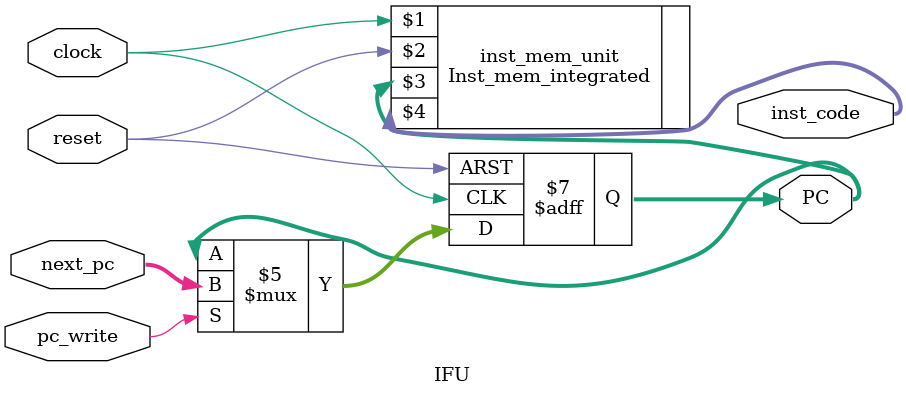
<source format=v>
`timescale 1ns / 1ps
/* This is the module where all the components of IFU are integrated*/

// Set as top module

module IFU(
	input clock,
	input reset,
	input pc_write,
	input [31:0] next_pc,
	output [31:0]inst_code,
	output reg [31:0]PC
    );
	 
	 wire [31:0] inst_address;
	 //wire [31:0] transfer_inst_code = inst_code;
	 
	 //assign PC = inst_address;
	 
	 //address_fetch fetch_add_unit(next_pc, inst_address, clock,reset);
	 Inst_mem_integrated inst_mem_unit(clock,reset,PC, inst_code);
	 //prefetch_buffer prefetch_unit(transfer_inst_code, clock, reset, inst_code);
	 always@(posedge clock or posedge reset)
   begin
   if (reset==1)
   PC<=-4;
   else
   begin
   if (pc_write==0)
   PC<=PC;
   else
   PC<=next_pc;
  end 
   end
	 


endmodule

</source>
